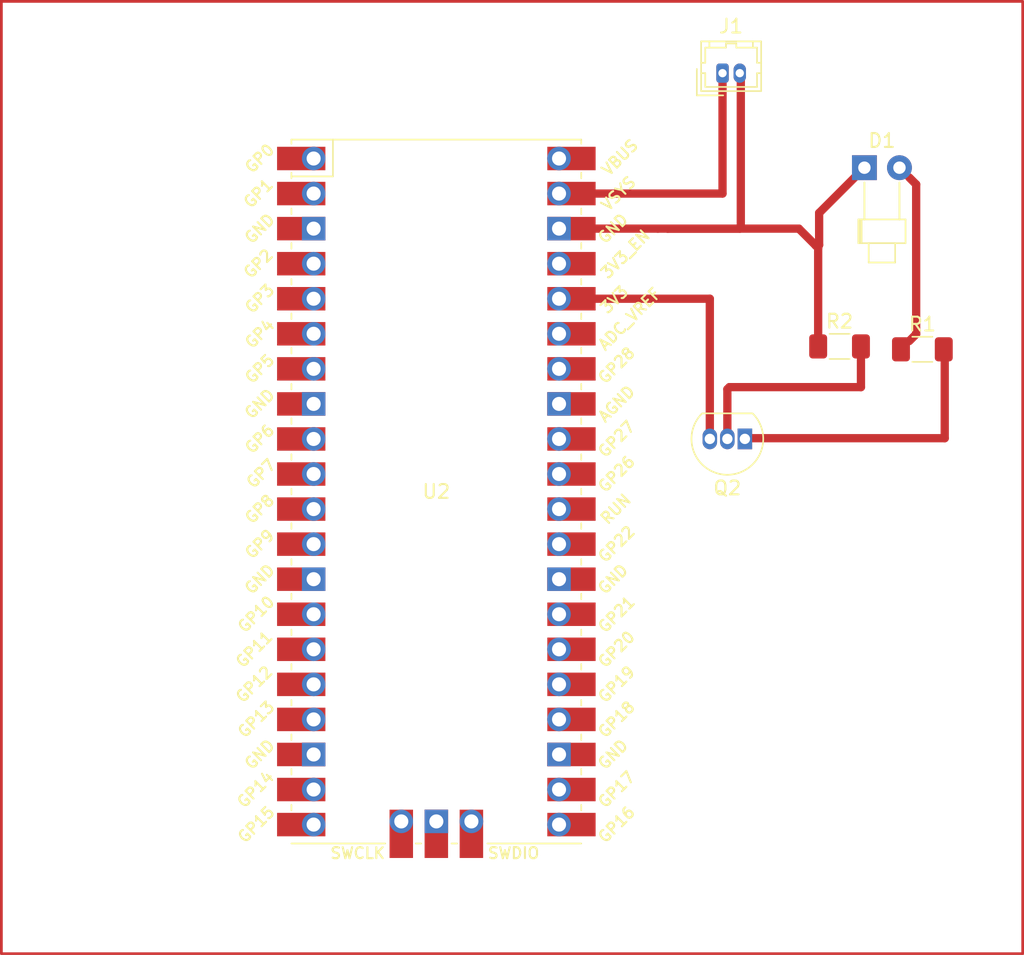
<source format=kicad_pcb>
(kicad_pcb (version 20240108) (generator "pcbnew") (generator_version "8.0")
  (layers (0 "F.Cu" signal) (31 "B.Cu" signal) (34 "B.Paste" user) (35 "F.Paste" user) (36 "B.SilkS" user "B.Silkscreen") (37 "F.SilkS" user "F.Silkscreen") (38 "B.Mask" user) (39 "F.Mask" user) (44 "Edge.Cuts" user))
  (net 0 "")
  (footprint "LED_THT:LED_D1.8mm_W1.8mm_H2.4mm_Horizontal_O3.81mm_Z1.6mm" (layer "F.Cu") (at 158.53 49.55)
    (property "Reference" "D1" (at 1.27 -1.96 0) (layer "F.SilkS"))
    (property "Value" "LED")
    (fp_line (start -0.44 3.75) (end -0.44 5.47) (stroke (width 0.12)) (layer "F.SilkS"))
    (fp_line (start -0.44 5.47) (end 2.98 5.47) (stroke (width 0.12)) (layer "F.SilkS"))
    (fp_line (start -0.32 3.75) (end -0.32 5.47) (stroke (width 0.12)) (layer "F.SilkS"))
    (fp_line (start -0.2 3.75) (end -0.2 5.47) (stroke (width 0.12)) (layer "F.SilkS"))
    (fp_line (start 0 1.08) (end 0 1.08) (stroke (width 0.12)) (layer "F.SilkS"))
    (fp_line (start 0 1.08) (end 0 3.75) (stroke (width 0.12)) (layer "F.SilkS"))
    (fp_line (start 0 3.75) (end 0 1.08) (stroke (width 0.12)) (layer "F.SilkS"))
    (fp_line (start 0 3.75) (end 0 3.75) (stroke (width 0.12)) (layer "F.SilkS"))
    (fp_line (start 0.31 5.47) (end 0.31 6.87) (stroke (width 0.12)) (layer "F.SilkS"))
    (fp_line (start 0.31 6.87) (end 2.23 6.87) (stroke (width 0.12)) (layer "F.SilkS"))
    (fp_line (start 2.23 5.47) (end 0.31 5.47) (stroke (width 0.12)) (layer "F.SilkS"))
    (fp_line (start 2.23 6.87) (end 2.23 5.47) (stroke (width 0.12)) (layer "F.SilkS"))
    (fp_line (start 2.54 1.08) (end 2.54 1.08) (stroke (width 0.12)) (layer "F.SilkS"))
    (fp_line (start 2.54 1.08) (end 2.54 3.75) (stroke (width 0.12)) (layer "F.SilkS"))
    (fp_line (start 2.54 3.75) (end 2.54 1.08) (stroke (width 0.12)) (layer "F.SilkS"))
    (fp_line (start 2.54 3.75) (end 2.54 3.75) (stroke (width 0.12)) (layer "F.SilkS"))
    (fp_line (start 2.98 3.75) (end -0.44 3.75) (stroke (width 0.12)) (layer "F.SilkS"))
    (fp_line (start 2.98 5.47) (end 2.98 3.75) (stroke (width 0.12)) (layer "F.SilkS"))
    (pad "1" thru_hole rect (at 0 0) (size 1.8 1.8) (drill 0.9) (layers "*.Cu" "*.Mask"))
    (pad "2" thru_hole circle (at 2.54 0) (size 1.8 1.8) (drill 0.9) (layers "*.Cu" "*.Mask"))
  )
  (footprint "Resistor_SMD:R_1206_3216Metric_Pad1.30x1.75mm_HandSolder" (layer "F.Cu") (at 162.73 62.71)
    (property "Reference" "R1" (at 0 -1.82 0) (layer "F.SilkS"))
    (property "Value" "330")
    (fp_line (start -0.727064 -0.91) (end 0.727064 -0.91) (stroke (width 0.12)) (layer "F.SilkS"))
    (fp_line (start -0.727064 0.91) (end 0.727064 0.91) (stroke (width 0.12)) (layer "F.SilkS"))
    (pad "1" smd roundrect (at -1.55 0) (size 1.3 1.75) (layers "F.Cu" "F.Paste" "F.Mask") (roundrect_rratio 0.192308))
    (pad "2" smd roundrect (at 1.55 0) (size 1.3 1.75) (layers "F.Cu" "F.Paste" "F.Mask") (roundrect_rratio 0.192308))
  )
  (footprint "Resistor_SMD:R_1206_3216Metric_Pad1.30x1.75mm_HandSolder" (layer "F.Cu") (at 156.73 62.5)
    (property "Reference" "R2" (at 0 -1.82 0) (layer "F.SilkS"))
    (property "Value" "47K")
    (fp_line (start -0.727064 -0.91) (end 0.727064 -0.91) (stroke (width 0.12)) (layer "F.SilkS"))
    (fp_line (start -0.727064 0.91) (end 0.727064 0.91) (stroke (width 0.12)) (layer "F.SilkS"))
    (pad "1" smd roundrect (at -1.55 0) (size 1.3 1.75) (layers "F.Cu" "F.Paste" "F.Mask") (roundrect_rratio 0.192308))
    (pad "2" smd roundrect (at 1.55 0) (size 1.3 1.75) (layers "F.Cu" "F.Paste" "F.Mask") (roundrect_rratio 0.192308))
  )
  (footprint "MCU_RaspberryPi_and_Boards:RPi_Pico_SMD_TH" (layer "F.Cu") (at 127.515 73.015)
    (property "Reference" "U2" (at 0 0 0) (layer "F.SilkS"))
    (property "Value" "Pico")
    (fp_line (start -10.5 -25.5) (end -10.5 -25.2) (stroke (width 0.12)) (layer "F.SilkS"))
    (fp_line (start -10.5 -25.5) (end 10.5 -25.5) (stroke (width 0.12)) (layer "F.SilkS"))
    (fp_line (start -10.5 -23.1) (end -10.5 -22.7) (stroke (width 0.12)) (layer "F.SilkS"))
    (fp_line (start -10.5 -22.833) (end -7.493 -22.833) (stroke (width 0.12)) (layer "F.SilkS"))
    (fp_line (start -10.5 -20.5) (end -10.5 -20.1) (stroke (width 0.12)) (layer "F.SilkS"))
    (fp_line (start -10.5 -18) (end -10.5 -17.6) (stroke (width 0.12)) (layer "F.SilkS"))
    (fp_line (start -10.5 -15.4) (end -10.5 -15) (stroke (width 0.12)) (layer "F.SilkS"))
    (fp_line (start -10.5 -12.9) (end -10.5 -12.5) (stroke (width 0.12)) (layer "F.SilkS"))
    (fp_line (start -10.5 -10.4) (end -10.5 -10) (stroke (width 0.12)) (layer "F.SilkS"))
    (fp_line (start -10.5 -7.8) (end -10.5 -7.4) (stroke (width 0.12)) (layer "F.SilkS"))
    (fp_line (start -10.5 -5.3) (end -10.5 -4.9) (stroke (width 0.12)) (layer "F.SilkS"))
    (fp_line (start -10.5 -2.7) (end -10.5 -2.3) (stroke (width 0.12)) (layer "F.SilkS"))
    (fp_line (start -10.5 -0.2) (end -10.5 0.2) (stroke (width 0.12)) (layer "F.SilkS"))
    (fp_line (start -10.5 2.3) (end -10.5 2.7) (stroke (width 0.12)) (layer "F.SilkS"))
    (fp_line (start -10.5 4.9) (end -10.5 5.3) (stroke (width 0.12)) (layer "F.SilkS"))
    (fp_line (start -10.5 7.4) (end -10.5 7.8) (stroke (width 0.12)) (layer "F.SilkS"))
    (fp_line (start -10.5 10) (end -10.5 10.4) (stroke (width 0.12)) (layer "F.SilkS"))
    (fp_line (start -10.5 12.5) (end -10.5 12.9) (stroke (width 0.12)) (layer "F.SilkS"))
    (fp_line (start -10.5 15.1) (end -10.5 15.5) (stroke (width 0.12)) (layer "F.SilkS"))
    (fp_line (start -10.5 17.6) (end -10.5 18) (stroke (width 0.12)) (layer "F.SilkS"))
    (fp_line (start -10.5 20.1) (end -10.5 20.5) (stroke (width 0.12)) (layer "F.SilkS"))
    (fp_line (start -10.5 22.7) (end -10.5 23.1) (stroke (width 0.12)) (layer "F.SilkS"))
    (fp_line (start -7.493 -22.833) (end -7.493 -25.5) (stroke (width 0.12)) (layer "F.SilkS"))
    (fp_line (start -3.7 25.5) (end -10.5 25.5) (stroke (width 0.12)) (layer "F.SilkS"))
    (fp_line (start -1.5 25.5) (end -1.1 25.5) (stroke (width 0.12)) (layer "F.SilkS"))
    (fp_line (start 1.1 25.5) (end 1.5 25.5) (stroke (width 0.12)) (layer "F.SilkS"))
    (fp_line (start 10.5 -25.5) (end 10.5 -25.2) (stroke (width 0.12)) (layer "F.SilkS"))
    (fp_line (start 10.5 -23.1) (end 10.5 -22.7) (stroke (width 0.12)) (layer "F.SilkS"))
    (fp_line (start 10.5 -20.5) (end 10.5 -20.1) (stroke (width 0.12)) (layer "F.SilkS"))
    (fp_line (start 10.5 -18) (end 10.5 -17.6) (stroke (width 0.12)) (layer "F.SilkS"))
    (fp_line (start 10.5 -15.4) (end 10.5 -15) (stroke (width 0.12)) (layer "F.SilkS"))
    (fp_line (start 10.5 -12.9) (end 10.5 -12.5) (stroke (width 0.12)) (layer "F.SilkS"))
    (fp_line (start 10.5 -10.4) (end 10.5 -10) (stroke (width 0.12)) (layer "F.SilkS"))
    (fp_line (start 10.5 -7.8) (end 10.5 -7.4) (stroke (width 0.12)) (layer "F.SilkS"))
    (fp_line (start 10.5 -5.3) (end 10.5 -4.9) (stroke (width 0.12)) (layer "F.SilkS"))
    (fp_line (start 10.5 -2.7) (end 10.5 -2.3) (stroke (width 0.12)) (layer "F.SilkS"))
    (fp_line (start 10.5 -0.2) (end 10.5 0.2) (stroke (width 0.12)) (layer "F.SilkS"))
    (fp_line (start 10.5 2.3) (end 10.5 2.7) (stroke (width 0.12)) (layer "F.SilkS"))
    (fp_line (start 10.5 4.9) (end 10.5 5.3) (stroke (width 0.12)) (layer "F.SilkS"))
    (fp_line (start 10.5 7.4) (end 10.5 7.8) (stroke (width 0.12)) (layer "F.SilkS"))
    (fp_line (start 10.5 10) (end 10.5 10.4) (stroke (width 0.12)) (layer "F.SilkS"))
    (fp_line (start 10.5 12.5) (end 10.5 12.9) (stroke (width 0.12)) (layer "F.SilkS"))
    (fp_line (start 10.5 15.1) (end 10.5 15.5) (stroke (width 0.12)) (layer "F.SilkS"))
    (fp_line (start 10.5 17.6) (end 10.5 18) (stroke (width 0.12)) (layer "F.SilkS"))
    (fp_line (start 10.5 20.1) (end 10.5 20.5) (stroke (width 0.12)) (layer "F.SilkS"))
    (fp_line (start 10.5 22.7) (end 10.5 23.1) (stroke (width 0.12)) (layer "F.SilkS"))
    (fp_line (start 10.5 25.5) (end 3.7 25.5) (stroke (width 0.12)) (layer "F.SilkS"))
    (fp_text user "GP21" (at 13.054 8.9 45) (layer "F.SilkS") (effects (font (size 0.8 0.8))))
    (fp_text user "GP3" (at -12.8 -13.97 45) (layer "F.SilkS") (effects (font (size 0.8 0.8))))
    (fp_text user "GP11" (at -13.2 11.43 45) (layer "F.SilkS") (effects (font (size 0.8 0.8))))
    (fp_text user "GP1" (at -12.9 -21.6 45) (layer "F.SilkS") (effects (font (size 0.8 0.8))))
    (fp_text user "GP0" (at -12.8 -24.13 45) (layer "F.SilkS") (effects (font (size 0.8 0.8))))
    (fp_text user "GP15" (at -13.054 24.13 45) (layer "F.SilkS") (effects (font (size 0.8 0.8))))
    (fp_text user "GP6" (at -12.8 -3.81 45) (layer "F.SilkS") (effects (font (size 0.8 0.8))))
    (fp_text user "3V3" (at 12.9 -13.9 45) (layer "F.SilkS") (effects (font (size 0.8 0.8))))
    (fp_text user "GP18" (at 13.054 16.51 45) (layer "F.SilkS") (effects (font (size 0.8 0.8))))
    (fp_text user "GP28" (at 13.054 -9.144 45) (layer "F.SilkS") (effects (font (size 0.8 0.8))))
    (fp_text user "GND" (at -12.8 6.35 45) (layer "F.SilkS") (effects (font (size 0.8 0.8))))
    (fp_text user "GP27" (at 13.054 -3.8 45) (layer "F.SilkS") (effects (font (size 0.8 0.8))))
    (fp_text user "GND" (at -12.8 -19.05 45) (layer "F.SilkS") (effects (font (size 0.8 0.8))))
    (fp_text user "GND" (at 12.8 19.05 45) (layer "F.SilkS") (effects (font (size 0.8 0.8))))
    (fp_text user "GP19" (at 13.054 13.97 45) (layer "F.SilkS") (effects (font (size 0.8 0.8))))
    (fp_text user "GND" (at 12.8 6.35 45) (layer "F.SilkS") (effects (font (size 0.8 0.8))))
    (fp_text user "ADC_VREF" (at 14 -12.5 45) (layer "F.SilkS") (effects (font (size 0.8 0.8))))
    (fp_text user "AGND" (at 13.054 -6.35 45) (layer "F.SilkS") (effects (font (size 0.8 0.8))))
    (fp_text user "GP26" (at 13.054 -1.27 45) (layer "F.SilkS") (effects (font (size 0.8 0.8))))
    (fp_text user "GP4" (at -12.8 -11.43 45) (layer "F.SilkS") (effects (font (size 0.8 0.8))))
    (fp_text user "GP9" (at -12.8 3.81 45) (layer "F.SilkS") (effects (font (size 0.8 0.8))))
    (fp_text user "SWCLK" (at -5.7 26.2 0) (layer "F.SilkS") (effects (font (size 0.8 0.8))))
    (fp_text user "GP5" (at -12.8 -8.89 45) (layer "F.SilkS") (effects (font (size 0.8 0.8))))
    (fp_text user "GP8" (at -12.8 1.27 45) (layer "F.SilkS") (effects (font (size 0.8 0.8))))
    (fp_text user "3V3_EN" (at 13.7 -17.2 45) (layer "F.SilkS") (effects (font (size 0.8 0.8))))
    (fp_text user "GP10" (at -13.054 8.89 45) (layer "F.SilkS") (effects (font (size 0.8 0.8))))
    (fp_text user "VBUS" (at 13.3 -24.2 45) (layer "F.SilkS") (effects (font (size 0.8 0.8))))
    (fp_text user "RUN" (at 13 1.27 45) (layer "F.SilkS") (effects (font (size 0.8 0.8))))
    (fp_text user "GND" (at -12.8 -6.35 45) (layer "F.SilkS") (effects (font (size 0.8 0.8))))
    (fp_text user "GP14" (at -13.1 21.59 45) (layer "F.SilkS") (effects (font (size 0.8 0.8))))
    (fp_text user "GND" (at 12.8 -19.05 45) (layer "F.SilkS") (effects (font (size 0.8 0.8))))
    (fp_text user "GP20" (at 13.054 11.43 45) (layer "F.SilkS") (effects (font (size 0.8 0.8))))
    (fp_text user "GP13" (at -13.054 16.51 45) (layer "F.SilkS") (effects (font (size 0.8 0.8))))
    (fp_text user "VSYS" (at 13.2 -21.59 45) (layer "F.SilkS") (effects (font (size 0.8 0.8))))
    (fp_text user "GP2" (at -12.9 -16.51 45) (layer "F.SilkS") (effects (font (size 0.8 0.8))))
    (fp_text user "GP16" (at 13.054 24.13 45) (layer "F.SilkS") (effects (font (size 0.8 0.8))))
    (fp_text user "GP7" (at -12.7 -1.3 45) (layer "F.SilkS") (effects (font (size 0.8 0.8))))
    (fp_text user "SWDIO" (at 5.6 26.2 0) (layer "F.SilkS") (effects (font (size 0.8 0.8))))
    (fp_text user "GND" (at -12.8 19.05 45) (layer "F.SilkS") (effects (font (size 0.8 0.8))))
    (fp_text user "GP12" (at -13.2 13.97 45) (layer "F.SilkS") (effects (font (size 0.8 0.8))))
    (fp_text user "GP17" (at 13.054 21.59 45) (layer "F.SilkS") (effects (font (size 0.8 0.8))))
    (fp_text user "GP22" (at 13.054 3.81 45) (layer "F.SilkS") (effects (font (size 0.8 0.8))))
    (pad "" np_thru_hole oval (at -2.725 -24) (size 1.8 1.8) (drill 1.8) (layers "F&B.Cu" "*.Mask"))
    (pad "" np_thru_hole oval (at -2.425 -20.97) (size 1.5 1.5) (drill 1.5) (layers "F&B.Cu" "*.Mask"))
    (pad "" np_thru_hole oval (at 2.425 -20.97) (size 1.5 1.5) (drill 1.5) (layers "F&B.Cu" "*.Mask"))
    (pad "" np_thru_hole oval (at 2.725 -24) (size 1.8 1.8) (drill 1.8) (layers "F&B.Cu" "*.Mask"))
    (pad "1" thru_hole oval (at -8.89 -24.13) (size 1.7 1.7) (drill 1.02) (layers "*.Cu" "*.Mask"))
    (pad "1" smd rect (at -8.89 -24.13) (size 3.5 1.7) (drill (offset -0.9 0)) (layers "F.Cu" "F.Mask"))
    (pad "2" thru_hole oval (at -8.89 -21.59) (size 1.7 1.7) (drill 1.02) (layers "*.Cu" "*.Mask"))
    (pad "2" smd rect (at -8.89 -21.59) (size 3.5 1.7) (drill (offset -0.9 0)) (layers "F.Cu" "F.Mask"))
    (pad "3" thru_hole rect (at -8.89 -19.05) (size 1.7 1.7) (drill 1.02) (layers "*.Cu" "*.Mask"))
    (pad "3" smd rect (at -8.89 -19.05) (size 3.5 1.7) (drill (offset -0.9 0)) (layers "F.Cu" "F.Mask"))
    (pad "4" thru_hole oval (at -8.89 -16.51) (size 1.7 1.7) (drill 1.02) (layers "*.Cu" "*.Mask"))
    (pad "4" smd rect (at -8.89 -16.51) (size 3.5 1.7) (drill (offset -0.9 0)) (layers "F.Cu" "F.Mask"))
    (pad "5" thru_hole oval (at -8.89 -13.97) (size 1.7 1.7) (drill 1.02) (layers "*.Cu" "*.Mask"))
    (pad "5" smd rect (at -8.89 -13.97) (size 3.5 1.7) (drill (offset -0.9 0)) (layers "F.Cu" "F.Mask"))
    (pad "6" thru_hole oval (at -8.89 -11.43) (size 1.7 1.7) (drill 1.02) (layers "*.Cu" "*.Mask"))
    (pad "6" smd rect (at -8.89 -11.43) (size 3.5 1.7) (drill (offset -0.9 0)) (layers "F.Cu" "F.Mask"))
    (pad "7" thru_hole oval (at -8.89 -8.89) (size 1.7 1.7) (drill 1.02) (layers "*.Cu" "*.Mask"))
    (pad "7" smd rect (at -8.89 -8.89) (size 3.5 1.7) (drill (offset -0.9 0)) (layers "F.Cu" "F.Mask"))
    (pad "8" thru_hole rect (at -8.89 -6.35) (size 1.7 1.7) (drill 1.02) (layers "*.Cu" "*.Mask"))
    (pad "8" smd rect (at -8.89 -6.35) (size 3.5 1.7) (drill (offset -0.9 0)) (layers "F.Cu" "F.Mask"))
    (pad "9" thru_hole oval (at -8.89 -3.81) (size 1.7 1.7) (drill 1.02) (layers "*.Cu" "*.Mask"))
    (pad "9" smd rect (at -8.89 -3.81) (size 3.5 1.7) (drill (offset -0.9 0)) (layers "F.Cu" "F.Mask"))
    (pad "10" thru_hole oval (at -8.89 -1.27) (size 1.7 1.7) (drill 1.02) (layers "*.Cu" "*.Mask"))
    (pad "10" smd rect (at -8.89 -1.27) (size 3.5 1.7) (drill (offset -0.9 0)) (layers "F.Cu" "F.Mask"))
    (pad "11" thru_hole oval (at -8.89 1.27) (size 1.7 1.7) (drill 1.02) (layers "*.Cu" "*.Mask"))
    (pad "11" smd rect (at -8.89 1.27) (size 3.5 1.7) (drill (offset -0.9 0)) (layers "F.Cu" "F.Mask"))
    (pad "12" thru_hole oval (at -8.89 3.81) (size 1.7 1.7) (drill 1.02) (layers "*.Cu" "*.Mask"))
    (pad "12" smd rect (at -8.89 3.81) (size 3.5 1.7) (drill (offset -0.9 0)) (layers "F.Cu" "F.Mask"))
    (pad "13" thru_hole rect (at -8.89 6.35) (size 1.7 1.7) (drill 1.02) (layers "*.Cu" "*.Mask"))
    (pad "13" smd rect (at -8.89 6.35) (size 3.5 1.7) (drill (offset -0.9 0)) (layers "F.Cu" "F.Mask"))
    (pad "14" thru_hole oval (at -8.89 8.89) (size 1.7 1.7) (drill 1.02) (layers "*.Cu" "*.Mask"))
    (pad "14" smd rect (at -8.89 8.89) (size 3.5 1.7) (drill (offset -0.9 0)) (layers "F.Cu" "F.Mask"))
    (pad "15" thru_hole oval (at -8.89 11.43) (size 1.7 1.7) (drill 1.02) (layers "*.Cu" "*.Mask"))
    (pad "15" smd rect (at -8.89 11.43) (size 3.5 1.7) (drill (offset -0.9 0)) (layers "F.Cu" "F.Mask"))
    (pad "16" thru_hole oval (at -8.89 13.97) (size 1.7 1.7) (drill 1.02) (layers "*.Cu" "*.Mask"))
    (pad "16" smd rect (at -8.89 13.97) (size 3.5 1.7) (drill (offset -0.9 0)) (layers "F.Cu" "F.Mask"))
    (pad "17" thru_hole oval (at -8.89 16.51) (size 1.7 1.7) (drill 1.02) (layers "*.Cu" "*.Mask"))
    (pad "17" smd rect (at -8.89 16.51) (size 3.5 1.7) (drill (offset -0.9 0)) (layers "F.Cu" "F.Mask"))
    (pad "18" thru_hole rect (at -8.89 19.05) (size 1.7 1.7) (drill 1.02) (layers "*.Cu" "*.Mask"))
    (pad "18" smd rect (at -8.89 19.05) (size 3.5 1.7) (drill (offset -0.9 0)) (layers "F.Cu" "F.Mask"))
    (pad "19" thru_hole oval (at -8.89 21.59) (size 1.7 1.7) (drill 1.02) (layers "*.Cu" "*.Mask"))
    (pad "19" smd rect (at -8.89 21.59) (size 3.5 1.7) (drill (offset -0.9 0)) (layers "F.Cu" "F.Mask"))
    (pad "20" thru_hole oval (at -8.89 24.13) (size 1.7 1.7) (drill 1.02) (layers "*.Cu" "*.Mask"))
    (pad "20" smd rect (at -8.89 24.13) (size 3.5 1.7) (drill (offset -0.9 0)) (layers "F.Cu" "F.Mask"))
    (pad "21" thru_hole oval (at 8.89 24.13) (size 1.7 1.7) (drill 1.02) (layers "*.Cu" "*.Mask"))
    (pad "21" smd rect (at 8.89 24.13) (size 3.5 1.7) (drill (offset 0.9 0)) (layers "F.Cu" "F.Mask"))
    (pad "22" thru_hole oval (at 8.89 21.59) (size 1.7 1.7) (drill 1.02) (layers "*.Cu" "*.Mask"))
    (pad "22" smd rect (at 8.89 21.59) (size 3.5 1.7) (drill (offset 0.9 0)) (layers "F.Cu" "F.Mask"))
    (pad "23" thru_hole rect (at 8.89 19.05) (size 1.7 1.7) (drill 1.02) (layers "*.Cu" "*.Mask"))
    (pad "23" smd rect (at 8.89 19.05) (size 3.5 1.7) (drill (offset 0.9 0)) (layers "F.Cu" "F.Mask"))
    (pad "24" thru_hole oval (at 8.89 16.51) (size 1.7 1.7) (drill 1.02) (layers "*.Cu" "*.Mask"))
    (pad "24" smd rect (at 8.89 16.51) (size 3.5 1.7) (drill (offset 0.9 0)) (layers "F.Cu" "F.Mask"))
    (pad "25" thru_hole oval (at 8.89 13.97) (size 1.7 1.7) (drill 1.02) (layers "*.Cu" "*.Mask"))
    (pad "25" smd rect (at 8.89 13.97) (size 3.5 1.7) (drill (offset 0.9 0)) (layers "F.Cu" "F.Mask"))
    (pad "26" thru_hole oval (at 8.89 11.43) (size 1.7 1.7) (drill 1.02) (layers "*.Cu" "*.Mask"))
    (pad "26" smd rect (at 8.89 11.43) (size 3.5 1.7) (drill (offset 0.9 0)) (layers "F.Cu" "F.Mask"))
    (pad "27" thru_hole oval (at 8.89 8.89) (size 1.7 1.7) (drill 1.02) (layers "*.Cu" "*.Mask"))
    (pad "27" smd rect (at 8.89 8.89) (size 3.5 1.7) (drill (offset 0.9 0)) (layers "F.Cu" "F.Mask"))
    (pad "28" thru_hole rect (at 8.89 6.35) (size 1.7 1.7) (drill 1.02) (layers "*.Cu" "*.Mask"))
    (pad "28" smd rect (at 8.89 6.35) (size 3.5 1.7) (drill (offset 0.9 0)) (layers "F.Cu" "F.Mask"))
    (pad "29" thru_hole oval (at 8.89 3.81) (size 1.7 1.7) (drill 1.02) (layers "*.Cu" "*.Mask"))
    (pad "29" smd rect (at 8.89 3.81) (size 3.5 1.7) (drill (offset 0.9 0)) (layers "F.Cu" "F.Mask"))
    (pad "30" thru_hole oval (at 8.89 1.27) (size 1.7 1.7) (drill 1.02) (layers "*.Cu" "*.Mask"))
    (pad "30" smd rect (at 8.89 1.27) (size 3.5 1.7) (drill (offset 0.9 0)) (layers "F.Cu" "F.Mask"))
    (pad "31" thru_hole oval (at 8.89 -1.27) (size 1.7 1.7) (drill 1.02) (layers "*.Cu" "*.Mask"))
    (pad "31" smd rect (at 8.89 -1.27) (size 3.5 1.7) (drill (offset 0.9 0)) (layers "F.Cu" "F.Mask"))
    (pad "32" thru_hole oval (at 8.89 -3.81) (size 1.7 1.7) (drill 1.02) (layers "*.Cu" "*.Mask"))
    (pad "32" smd rect (at 8.89 -3.81) (size 3.5 1.7) (drill (offset 0.9 0)) (layers "F.Cu" "F.Mask"))
    (pad "33" thru_hole rect (at 8.89 -6.35) (size 1.7 1.7) (drill 1.02) (layers "*.Cu" "*.Mask"))
    (pad "33" smd rect (at 8.89 -6.35) (size 3.5 1.7) (drill (offset 0.9 0)) (layers "F.Cu" "F.Mask"))
    (pad "34" thru_hole oval (at 8.89 -8.89) (size 1.7 1.7) (drill 1.02) (layers "*.Cu" "*.Mask"))
    (pad "34" smd rect (at 8.89 -8.89) (size 3.5 1.7) (drill (offset 0.9 0)) (layers "F.Cu" "F.Mask"))
    (pad "35" thru_hole oval (at 8.89 -11.43) (size 1.7 1.7) (drill 1.02) (layers "*.Cu" "*.Mask"))
    (pad "35" smd rect (at 8.89 -11.43) (size 3.5 1.7) (drill (offset 0.9 0)) (layers "F.Cu" "F.Mask"))
    (pad "36" thru_hole oval (at 8.89 -13.97) (size 1.7 1.7) (drill 1.02) (layers "*.Cu" "*.Mask"))
    (pad "36" smd rect (at 8.89 -13.97) (size 3.5 1.7) (drill (offset 0.9 0)) (layers "F.Cu" "F.Mask"))
    (pad "37" thru_hole oval (at 8.89 -16.51) (size 1.7 1.7) (drill 1.02) (layers "*.Cu" "*.Mask"))
    (pad "37" smd rect (at 8.89 -16.51) (size 3.5 1.7) (drill (offset 0.9 0)) (layers "F.Cu" "F.Mask"))
    (pad "38" thru_hole rect (at 8.89 -19.05) (size 1.7 1.7) (drill 1.02) (layers "*.Cu" "*.Mask"))
    (pad "38" smd rect (at 8.89 -19.05) (size 3.5 1.7) (drill (offset 0.9 0)) (layers "F.Cu" "F.Mask"))
    (pad "39" thru_hole oval (at 8.89 -21.59) (size 1.7 1.7) (drill 1.02) (layers "*.Cu" "*.Mask"))
    (pad "39" smd rect (at 8.89 -21.59) (size 3.5 1.7) (drill (offset 0.9 0)) (layers "F.Cu" "F.Mask"))
    (pad "40" thru_hole oval (at 8.89 -24.13) (size 1.7 1.7) (drill 1.02) (layers "*.Cu" "*.Mask"))
    (pad "40" smd rect (at 8.89 -24.13) (size 3.5 1.7) (drill (offset 0.9 0)) (layers "F.Cu" "F.Mask"))
    (pad "41" thru_hole oval (at -2.54 23.9) (size 1.7 1.7) (drill 1.02) (layers "*.Cu" "*.Mask"))
    (pad "41" smd rect (at -2.54 23.9 90) (size 3.5 1.7) (drill (offset -0.9 0)) (layers "F.Cu" "F.Mask"))
    (pad "42" thru_hole rect (at 0 23.9) (size 1.7 1.7) (drill 1.02) (layers "*.Cu" "*.Mask"))
    (pad "42" smd rect (at 0 23.9 90) (size 3.5 1.7) (drill (offset -0.9 0)) (layers "F.Cu" "F.Mask"))
    (pad "43" thru_hole oval (at 2.54 23.9) (size 1.7 1.7) (drill 1.02) (layers "*.Cu" "*.Mask"))
    (pad "43" smd rect (at 2.54 23.9 90) (size 3.5 1.7) (drill (offset -0.9 0)) (layers "F.Cu" "F.Mask"))
  )
  (footprint "Package_TO_SOT_THT:TO-92_Inline" (layer "F.Cu") (at 149.87 69.2 180)
    (property "Reference" "Q2" (at 1.27 -3.56 180) (layer "F.SilkS"))
    (property "Value" "BC558")
    (fp_line (start -0.53 1.85) (end 3.07 1.85) (stroke (width 0.12)) (layer "F.SilkS"))
    (fp_arc (start 1.27 -2.6) (mid 3.672087 -0.994977) (end 3.108478 1.838478) (stroke (width 0.12)) (layer "F.SilkS"))
    (fp_arc (start -0.568478 1.838478) (mid -1.132087 -0.994977) (end 1.27 -2.6) (stroke (width 0.12)) (layer "F.SilkS"))
    (pad "1" thru_hole rect (at 0 0 180) (size 1.05 1.5) (drill 0.75) (layers "*.Cu" "*.Mask"))
    (pad "2" thru_hole oval (at 1.27 0 180) (size 1.05 1.5) (drill 0.75) (layers "*.Cu" "*.Mask"))
    (pad "3" thru_hole oval (at 2.54 0 180) (size 1.05 1.5) (drill 0.75) (layers "*.Cu" "*.Mask"))
  )
  (footprint "Connector_Hirose:Hirose_DF13-02P-1.25DSA_1x02_P1.25mm_Vertical" (layer "F.Cu") (at 148.25 42.7)
    (property "Reference" "J1" (at 0.62 -3.4 0) (layer "F.SilkS"))
    (property "Value" "Alimentação")
    (fp_line (start -1.86 -0.3) (end -1.86 1.61) (stroke (width 0.12)) (layer "F.SilkS"))
    (fp_line (start -1.86 1.61) (end 0.05 1.61) (stroke (width 0.12)) (layer "F.SilkS"))
    (fp_line (start -1.55 -2.3) (end -1.55 1.3) (stroke (width 0.12)) (layer "F.SilkS"))
    (fp_line (start -1.55 -0.75) (end -1.25 -0.75) (stroke (width 0.12)) (layer "F.SilkS"))
    (fp_line (start -1.55 0) (end -1.25 0) (stroke (width 0.12)) (layer "F.SilkS"))
    (fp_line (start -1.55 1.3) (end 2.8 1.3) (stroke (width 0.12)) (layer "F.SilkS"))
    (fp_line (start -1.25 -1.85) (end -0.95 -1.85) (stroke (width 0.12)) (layer "F.SilkS"))
    (fp_line (start -1.25 -0.75) (end -1.25 -1.85) (stroke (width 0.12)) (layer "F.SilkS"))
    (fp_line (start -1.25 0) (end -1.25 1) (stroke (width 0.12)) (layer "F.SilkS"))
    (fp_line (start -1.25 1) (end 2.5 1) (stroke (width 0.12)) (layer "F.SilkS"))
    (fp_line (start -0.95 -1.85) (end -0.95 -2.3) (stroke (width 0.12)) (layer "F.SilkS"))
    (fp_line (start -0.95 -1.85) (end 0.25 -1.85) (stroke (width 0.12)) (layer "F.SilkS"))
    (fp_line (start 0.25 -2.15) (end 1 -2.15) (stroke (width 0.12)) (layer "F.SilkS"))
    (fp_line (start 0.25 -1.85) (end 0.25 -2.15) (stroke (width 0.12)) (layer "F.SilkS"))
    (fp_line (start 1 -2.15) (end 1 -1.85) (stroke (width 0.12)) (layer "F.SilkS"))
    (fp_line (start 1 -1.85) (end 2.2 -1.85) (stroke (width 0.12)) (layer "F.SilkS"))
    (fp_line (start 2.2 -1.85) (end 2.2 -2.3) (stroke (width 0.12)) (layer "F.SilkS"))
    (fp_line (start 2.5 -1.85) (end 2.2 -1.85) (stroke (width 0.12)) (layer "F.SilkS"))
    (fp_line (start 2.5 -0.75) (end 2.5 -1.85) (stroke (width 0.12)) (layer "F.SilkS"))
    (fp_line (start 2.5 0) (end 2.8 0) (stroke (width 0.12)) (layer "F.SilkS"))
    (fp_line (start 2.5 1) (end 2.5 0) (stroke (width 0.12)) (layer "F.SilkS"))
    (fp_line (start 2.8 -2.3) (end -1.55 -2.3) (stroke (width 0.12)) (layer "F.SilkS"))
    (fp_line (start 2.8 -0.75) (end 2.5 -0.75) (stroke (width 0.12)) (layer "F.SilkS"))
    (fp_line (start 2.8 1.3) (end 2.8 -2.3) (stroke (width 0.12)) (layer "F.SilkS"))
    (pad "1" thru_hole roundrect (at 0 0) (size 0.9 1.4) (drill 0.6) (layers "*.Cu" "*.Mask"))
    (pad "2" thru_hole oval (at 1.25 0) (size 0.9 1.4) (drill 0.6) (layers "*.Cu" "*.Mask"))
  )
  (gr_rect (start 96 37.5) (end 170 106.5) (stroke (width 0.2)) (fill none) (layer "F.Cu"))
  (segment (start 136.405 53.965) (end 143.565 53.965) (width 0.6) (layer "F.Cu") (net 0))
  (segment (start 149.87 69.2) (end 149.92 69.15) (width 0.6) (layer "F.Cu") (net 0))
  (segment (start 148.75 65.45) (end 158.28 65.45) (width 0.6) (layer "F.Cu") (net 0))
  (segment (start 155.0075 55.1925) (end 153.78 53.965) (width 0.6) (layer "F.Cu") (net 0))
  (segment (start 155.25 52.83) (end 155.25 55.15) (width 0.6) (layer "F.Cu") (net 0))
  (segment (start 153.78 53.965) (end 144.28 53.965) (width 0.6) (layer "F.Cu") (net 0))
  (segment (start 149.5 42.95) (end 149.5 42.7) (width 0.2) (layer "F.Cu") (net 0))
  (segment (start 143.565 53.965) (end 144.28 53.965) (width 0.6) (layer "F.Cu") (net 0))
  (segment (start 155.2075 55.1925) (end 155.0075 55.1925) (width 0.6) (layer "F.Cu") (net 0))
  (segment (start 164.35 69.15) (end 164.35 62.78) (width 0.6) (layer "F.Cu") (net 0))
  (segment (start 162.28 61.61) (end 161.78 62.11) (width 0.6) (layer "F.Cu") (net 0))
  (segment (start 148.6 69.2) (end 148.6 65.6) (width 0.6) (layer "F.Cu") (net 0))
  (segment (start 149.575 42.775) (end 149.5 42.7) (width 0.6) (layer "F.Cu") (net 0))
  (segment (start 161.78 62.11) (end 161.18 62.71) (width 0.2) (layer "F.Cu") (net 0))
  (segment (start 148.6 69.2) (end 148.6 68.595) (width 0.2) (layer "F.Cu") (net 0))
  (segment (start 149.575 53.89) (end 149.575 42.775) (width 0.6) (layer "F.Cu") (net 0))
  (segment (start 161.07 49.55) (end 161.78 50.26) (width 0.2) (layer "F.Cu") (net 0))
  (segment (start 162.28 50.76) (end 162.28 61.61) (width 0.6) (layer "F.Cu") (net 0))
  (segment (start 149.92 69.15) (end 164.35 69.15) (width 0.6) (layer "F.Cu") (net 0))
  (segment (start 149.5 53.965) (end 149.575 53.89) (width 0.6) (layer "F.Cu") (net 0))
  (segment (start 158.28 65.45) (end 158.28 62.5) (width 0.6) (layer "F.Cu") (net 0))
  (segment (start 148.6 69.2) (end 148.6 69.805) (width 0.2) (layer "F.Cu") (net 0))
  (segment (start 147.33 59.045) (end 136.405 59.045) (width 0.6) (layer "F.Cu") (net 0))
  (segment (start 161.78 50.26) (end 162.28 50.76) (width 0.6) (layer "F.Cu") (net 0))
  (segment (start 148.25 51.425) (end 148.25 42.7) (width 0.6) (layer "F.Cu") (net 0))
  (segment (start 155.18 55.365) (end 155.18 62.5) (width 0.6) (layer "F.Cu") (net 0))
  (segment (start 147.33 69.2) (end 147.33 59.045) (width 0.6) (layer "F.Cu") (net 0))
  (segment (start 158.53 49.55) (end 155.25 52.83) (width 0.6) (layer "F.Cu") (net 0))
  (segment (start 155.0075 55.1925) (end 155.18 55.365) (width 0.6) (layer "F.Cu") (net 0))
  (segment (start 136.405 51.425) (end 148.25 51.425) (width 0.6) (layer "F.Cu") (net 0))
  (segment (start 148.6 65.6) (end 148.75 65.45) (width 0.6) (layer "F.Cu") (net 0))
  (segment (start 155.25 55.15) (end 155.2075 55.1925) (width 0.6) (layer "F.Cu") (net 0))
  (segment (start 164.35 62.78) (end 164.28 62.71) (width 0.6) (layer "F.Cu") (net 0))
  (segment (start 144.28 53.965) (end 149.5 53.965) (width 0.6) (layer "F.Cu") (net 0))
)
</source>
